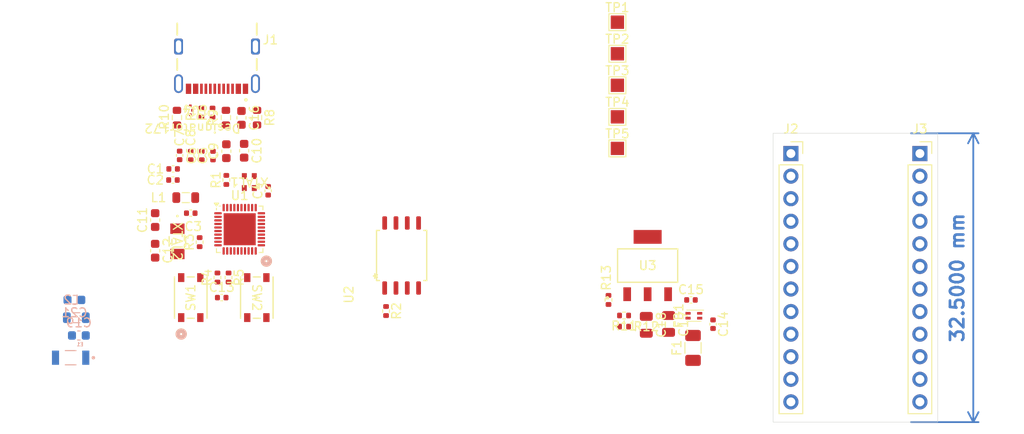
<source format=kicad_pcb>
(kicad_pcb (version 20240108) (generator "pcbnew") (generator_version "8.0")
  (layers (0 "F.Cu" signal) (1 "In1.Cu" signal) (2 "In2.Cu" signal) (31 "B.Cu" signal) (34 "B.Paste" user) (35 "F.Paste" user) (36 "B.SilkS" user "B.Silkscreen") (37 "F.SilkS" user "F.Silkscreen") (38 "B.Mask" user) (39 "F.Mask" user) (44 "Edge.Cuts" user))
  (net 0 "")
  (net 1 "3V3")
  (net 2 "GND")
  (net 3 "Net-(C2-Pad1)")
  (net 4 "Net-(XTAL1-IN{slash}OUT)")
  (net 5 "Xout")
  (net 6 "RTC_Xin")
  (net 7 "RTC_Xout")
  (net 8 "CHIP_PU")
  (net 9 "/USB_C Power Circuit/5V_USB")
  (net 10 "5V_Filtered")
  (net 11 "GND1")
  (net 12 "Net-(C19-Pad1)")
  (net 13 "ANT")
  (net 14 "Net-(J1-VBUS)")
  (net 16 "DN1")
  (net 18 "CC1")
  (net 19 "DP1")
  (net 20 "CC2")
  (net 21 "GPIO19")
  (net 22 "GPIO22")
  (net 23 "GPIO23")
  (net 24 "GPIO21")
  (net 25 "RX")
  (net 26 "TX")
  (net 27 "GPIO15")
  (net 28 "GPIO18")
  (net 29 "GPIO20")
  (net 30 "GPIO10")
  (net 31 "MTCK")
  (net 32 "GPIO08")
  (net 33 "MTMS")
  (net 34 "MTDO")
  (net 35 "GPIO02")
  (net 36 "GPIO11")
  (net 37 "MTDI")
  (net 38 "GPIO03")
  (net 39 "Xin")
  (net 40 "SPICS")
  (net 41 "VDDSPI")
  (net 42 "Net-(U1-GPIO12{slash}USB_D-)")
  (net 43 "Net-(U1-GPIO13{slash}USB_D+)")
  (net 44 "Net-(U3-ADJ{slash}GND)")
  (net 45 "GPIO09")
  (net 46 "SPIHOLD")
  (net 47 "SPID")
  (net 48 "SPIWP")
  (net 49 "SPIQ")
  (net 50 "SPICLK")
  (footprint "Inductor_SMD:L_CommonModeChoke_Coilcraft_0603USB" (layer "F.Cu") (at 131.095 116.525 -90)
    (property "Reference" "FB1" (at 0 1.7 90) (layer "F.SilkS"))
    (property "Value" "BLM18KG121TN1D")
    (fp_line (start 0.63 0.8) (end 0.63 -0.8) (stroke (width 0.1)) (layer "F.SilkS"))
    (fp_line (start -0.63 -1.1) (end -0.63 0.8) (stroke (width 0.1)) (layer "F.SilkS"))
    (pad "1" smd roundrect (at -0.275 -0.655 270) (size 0.3 0.58) (layers "F.Cu" "F.Paste" "F.Mask") (roundrect_rratio 0.05) (net 9 "/USB_C Power Circuit/5V_USB"))
    (pad "2" smd roundrect (at -0.275 0.655 270) (size 0.3 0.58) (layers "F.Cu" "F.Paste" "F.Mask") (roundrect_rratio 0.05) (net 10 "5V_Filtered"))
    (pad "3" smd roundrect (at 0.275 0.655 270) (size 0.3 0.58) (layers "F.Cu" "F.Paste" "F.Mask") (roundrect_rratio 0.05))
    (pad "4" smd roundrect (at 0.275 -0.655 270) (size 0.3 0.58) (layers "F.Cu" "F.Paste" "F.Mask") (roundrect_rratio 0.05))
  )
  (footprint "Capacitor_SMD:C_0603_1608Metric" (layer "F.Cu") (at 80.25 94.2625 -90)
    (property "Reference" "C16" (at 0 -1.43 90) (layer "F.SilkS"))
    (property "Value" "150p")
    (fp_line (start -0.14058 0.51) (end 0.14058 0.51) (stroke (width 0.12)) (layer "F.SilkS"))
    (fp_line (start -0.14058 -0.51) (end 0.14058 -0.51) (stroke (width 0.12)) (layer "F.SilkS"))
    (pad "1" smd roundrect (at -0.775 0 270) (size 0.9 0.95) (layers "F.Cu" "F.Paste" "F.Mask") (net 11 "GND1"))
    (pad "2" smd roundrect (at 0.775 0 270) (size 0.9 0.95) (layers "F.Cu" "F.Paste" "F.Mask") (net 2 "GND"))
  )
  (footprint "TestPoint:TestPoint_Pad_1.5x1.5mm" (layer "F.Cu") (at 122.5 94.15)
    (property "Reference" "TP4" (at 0 -1.648 0) (layer "F.SilkS"))
    (property "Value" "TestPoint")
    (fp_line (start -0.95 -0.95) (end 0.95 -0.95) (stroke (width 0.12)) (layer "F.SilkS"))
    (fp_line (start -0.95 0.95) (end -0.95 -0.95) (stroke (width 0.12)) (layer "F.SilkS"))
    (fp_line (start 0.95 -0.95) (end 0.95 0.95) (stroke (width 0.12)) (layer "F.SilkS"))
    (fp_line (start 0.95 0.95) (end -0.95 0.95) (stroke (width 0.12)) (layer "F.SilkS"))
    (pad "1" smd rect (at 0 0) (size 1.5 1.5) (layers "F.Cu" "F.Mask") (net 10 "5V_Filtered"))
  )
  (footprint "Capacitor_SMD:C_0402_1005Metric" (layer "F.Cu") (at 83.25 102.4675 90)
    (property "Reference" "C4" (at 0 -1.16 90) (layer "F.SilkS"))
    (property "Value" "0.1uF")
    (fp_line (start -0.107836 -0.36) (end 0.107836 -0.36) (stroke (width 0.12)) (layer "F.SilkS"))
    (fp_line (start -0.107836 0.36) (end 0.107836 0.36) (stroke (width 0.12)) (layer "F.SilkS"))
    (pad "1" smd roundrect (at -0.48 0 90) (size 0.56 0.62) (layers "F.Cu" "F.Paste" "F.Mask") (net 1 "3V3"))
    (pad "2" smd roundrect (at 0.48 0 90) (size 0.56 0.62) (layers "F.Cu" "F.Paste" "F.Mask") (net 2 "GND"))
  )
  (footprint "Resistor_SMD:R_0402_1005Metric" (layer "F.Cu") (at 78.55 101.2475 90)
    (property "Reference" "R1" (at 0 -1.17 90) (layer "F.SilkS"))
    (property "Value" "TBC")
    (fp_line (start -0.153641 -0.38) (end 0.153641 -0.38) (stroke (width 0.12)) (layer "F.SilkS"))
    (fp_line (start -0.153641 0.38) (end 0.153641 0.38) (stroke (width 0.12)) (layer "F.SilkS"))
    (pad "1" smd roundrect (at -0.51 0 90) (size 0.54 0.64) (layers "F.Cu" "F.Paste" "F.Mask") (net 39 "Xin"))
    (pad "2" smd roundrect (at 0.51 0 90) (size 0.54 0.64) (layers "F.Cu" "F.Paste" "F.Mask") (net 4 "Net-(XTAL1-IN{slash}OUT)"))
  )
  (footprint "1_ESP32:SW4_PTS815 SJM 250 SMTR LFS_CNK" (layer "F.Cu") (at 81.975001 114.487501 -90)
    (property "Reference" "SW2" (at 0 0 -90) (layer "F.SilkS"))
    (property "Value" "SW_Push")
    (fp_circle (center -4.1021 -1.075) (end -3.7211 -1.075) (stroke (width 0.508)) (fill none) (layer "B.SilkS"))
    (fp_line (start -2.3241 1.8288) (end 2.3241 1.8288) (stroke (width 0.1524)) (layer "F.SilkS"))
    (fp_line (start 2.3241 0.386659) (end 2.3241 -0.386659) (stroke (width 0.1524)) (layer "F.SilkS"))
    (fp_line (start -2.3241 -0.386659) (end -2.3241 0.386659) (stroke (width 0.1524)) (layer "F.SilkS"))
    (fp_line (start 2.3241 -1.8288) (end -2.3241 -1.8288) (stroke (width 0.1524)) (layer "F.SilkS"))
    (fp_circle (center -4.1021 -1.075) (end -3.7211 -1.075) (stroke (width 0.508)) (fill none) (layer "F.SilkS"))
    (pad "1" smd rect (at -2.250001 -1.074999 270) (size 0.9906 0.7112) (layers "F.Cu" "F.Paste" "F.Mask") (net 2 "GND"))
    (pad "1" smd rect (at 2.250001 -1.074999 270) (size 0.9906 0.7112) (layers "F.Cu" "F.Paste" "F.Mask") (net 2 "GND"))
    (pad "2" smd rect (at -2.250001 1.074999 270) (size 0.9906 0.7112) (layers "F.Cu" "F.Paste" "F.Mask") (net 45 "GPIO09"))
    (pad "2" smd rect (at 2.250001 1.074999 270) (size 0.9906 0.7112) (layers "F.Cu" "F.Paste" "F.Mask") (net 45 "GPIO09"))
  )
  (footprint "TestPoint:TestPoint_Pad_1.5x1.5mm" (layer "F.Cu") (at 122.5 90.6)
    (property "Reference" "TP3" (at 0 -1.648 0) (layer "F.SilkS"))
    (property "Value" "TestPoint")
    (fp_line (start -0.95 -0.95) (end 0.95 -0.95) (stroke (width 0.12)) (layer "F.SilkS"))
    (fp_line (start -0.95 0.95) (end -0.95 -0.95) (stroke (width 0.12)) (layer "F.SilkS"))
    (fp_line (start 0.95 -0.95) (end 0.95 0.95) (stroke (width 0.12)) (layer "F.SilkS"))
    (fp_line (start 0.95 0.95) (end -0.95 0.95) (stroke (width 0.12)) (layer "F.SilkS"))
    (pad "1" smd rect (at 0 0) (size 1.5 1.5) (layers "F.Cu" "F.Mask") (net 14 "Net-(J1-VBUS)"))
  )
  (footprint "Resistor_SMD:R_0402_1005Metric" (layer "F.Cu") (at 75.55 108.2475 90)
    (property "Reference" "R3" (at 0 -1.17 90) (layer "F.SilkS"))
    (property "Value" "7.5M")
    (fp_line (start -0.153641 -0.38) (end 0.153641 -0.38) (stroke (width 0.12)) (layer "F.SilkS"))
    (fp_line (start -0.153641 0.38) (end 0.153641 0.38) (stroke (width 0.12)) (layer "F.SilkS"))
    (pad "1" smd roundrect (at -0.51 0 90) (size 0.54 0.64) (layers "F.Cu" "F.Paste" "F.Mask") (net 7 "RTC_Xout"))
    (pad "2" smd roundrect (at 0.51 0 90) (size 0.54 0.64) (layers "F.Cu" "F.Paste" "F.Mask") (net 6 "RTC_Xin"))
  )
  (footprint "TestPoint:TestPoint_Pad_1.5x1.5mm" (layer "F.Cu") (at 122.5 97.7)
    (property "Reference" "TP5" (at 0 -1.648 0) (layer "F.SilkS"))
    (property "Value" "TestPoint")
    (fp_line (start -0.95 -0.95) (end 0.95 -0.95) (stroke (width 0.12)) (layer "F.SilkS"))
    (fp_line (start -0.95 0.95) (end -0.95 -0.95) (stroke (width 0.12)) (layer "F.SilkS"))
    (fp_line (start 0.95 -0.95) (end 0.95 0.95) (stroke (width 0.12)) (layer "F.SilkS"))
    (fp_line (start 0.95 0.95) (end -0.95 0.95) (stroke (width 0.12)) (layer "F.SilkS"))
    (pad "1" smd rect (at 0 0) (size 1.5 1.5) (layers "F.Cu" "F.Mask") (net 1 "3V3"))
  )
  (footprint "Capacitor_SMD:C_0402_1005Metric" (layer "F.Cu") (at 72.55 101.2575 180)
    (property "Reference" "C2" (at 1.98 0 360) (layer "F.SilkS"))
    (property "Value" "0.1uF")
    (fp_line (start -0.107836 0.36) (end 0.107836 0.36) (stroke (width 0.12)) (layer "F.SilkS"))
    (fp_line (start -0.107836 -0.36) (end 0.107836 -0.36) (stroke (width 0.12)) (layer "F.SilkS"))
    (pad "1" smd roundrect (at -0.48 0 180) (size 0.56 0.62) (layers "F.Cu" "F.Paste" "F.Mask") (net 3 "Net-(C2-Pad1)"))
    (pad "2" smd roundrect (at 0.48 0 180) (size 0.56 0.62) (layers "F.Cu" "F.Paste" "F.Mask") (net 2 "GND"))
  )
  (footprint "Resistor_SMD:R_0402_1005Metric" (layer "F.Cu") (at 78.8 112.2275 -90)
    (property "Reference" "R5" (at 0 -1.17 90) (layer "F.SilkS"))
    (property "Value" "10k")
    (fp_line (start -0.153641 0.38) (end 0.153641 0.38) (stroke (width 0.12)) (layer "F.SilkS"))
    (fp_line (start -0.153641 -0.38) (end 0.153641 -0.38) (stroke (width 0.12)) (layer "F.SilkS"))
    (pad "1" smd roundrect (at -0.51 0 270) (size 0.54 0.64) (layers "F.Cu" "F.Paste" "F.Mask") (net 32 "GPIO08"))
    (pad "2" smd roundrect (at 0.51 0 270) (size 0.54 0.64) (layers "F.Cu" "F.Paste" "F.Mask") (net 1 "3V3"))
  )
  (footprint "Connector_PinSocket_2.54mm:PinSocket_1x12_P2.54mm_Vertical" (layer "F.Cu") (at 156.5 98.28)
    (property "Reference" "J3" (at 0 -2.77 0) (layer "F.SilkS"))
    (property "Value" "Conn_01x12")
    (fp_line (start -1.33 1.27) (end -1.33 29.27) (stroke (width 0.12)) (layer "F.SilkS"))
    (fp_line (start -1.33 1.27) (end 1.33 1.27) (stroke (width 0.12)) (layer "F.SilkS"))
    (fp_line (start -1.33 29.27) (end 1.33 29.27) (stroke (width 0.12)) (layer "F.SilkS"))
    (fp_line (start 0 -1.33) (end 1.33 -1.33) (stroke (width 0.12)) (layer "F.SilkS"))
    (fp_line (start 1.33 -1.33) (end 1.33 0) (stroke (width 0.12)) (layer "F.SilkS"))
    (fp_line (start 1.33 1.27) (end 1.33 29.27) (stroke (width 0.12)) (layer "F.SilkS"))
    (pad "1" thru_hole rect (at 0 0) (size 1.7 1.7) (drill 1) (layers "*.Cu" "*.Mask") (net 10 "5V_Filtered"))
    (pad "2" thru_hole oval (at 0 2.54) (size 1.7 1.7) (drill 1) (layers "*.Cu" "*.Mask") (net 1 "3V3"))
    (pad "3" thru_hole oval (at 0 5.08) (size 1.7 1.7) (drill 1) (layers "*.Cu" "*.Mask") (net 35 "GPIO02"))
    (pad "4" thru_hole oval (at 0 7.62) (size 1.7 1.7) (drill 1) (layers "*.Cu" "*.Mask") (net 38 "GPIO03"))
    (pad "5" thru_hole oval (at 0 10.16) (size 1.7 1.7) (drill 1) (layers "*.Cu" "*.Mask") (net 33 "MTMS"))
    (pad "6" thru_hole oval (at 0 12.7) (size 1.7 1.7) (drill 1) (layers "*.Cu" "*.Mask") (net 37 "MTDI"))
    (pad "7" thru_hole oval (at 0 15.24) (size 1.7 1.7) (drill 1) (layers "*.Cu" "*.Mask") (net 31 "MTCK"))
    (pad "8" thru_hole oval (at 0 17.78) (size 1.7 1.7) (drill 1) (layers "*.Cu" "*.Mask") (net 34 "MTDO"))
    (pad "9" thru_hole oval (at 0 20.32) (size 1.7 1.7) (drill 1) (layers "*.Cu" "*.Mask") (net 2 "GND"))
    (pad "10" thru_hole oval (at 0 22.86) (size 1.7 1.7) (drill 1) (layers "*.Cu" "*.Mask") (net 32 "GPIO08"))
    (pad "11" thru_hole oval (at 0 25.4) (size 1.7 1.7) (drill 1) (layers "*.Cu" "*.Mask") (net 30 "GPIO10"))
    (pad "12" thru_hole oval (at 0 27.94) (size 1.7 1.7) (drill 1) (layers "*.Cu" "*.Mask") (net 36 "GPIO11"))
  )
  (footprint "Package_DFN_QFN:QFN-40-1EP_5x5mm_P0.4mm_EP3.6x3.6mm" (layer "F.Cu") (at 80.05 106.8)
    (property "Reference" "U1" (at 0 -3.8 0) (layer "F.SilkS"))
    (property "Value" "ESP32-C6")
    (fp_line (start -2.61 -2.185) (end -2.61 -2.37) (stroke (width 0.12)) (layer "F.SilkS"))
    (fp_line (start -2.61 2.61) (end -2.61 2.185) (stroke (width 0.12)) (layer "F.SilkS"))
    (fp_line (start -2.185 -2.61) (end -2.31 -2.61) (stroke (width 0.12)) (layer "F.SilkS"))
    (fp_line (start -2.185 2.61) (end -2.61 2.61) (stroke (width 0.12)) (layer "F.SilkS"))
    (fp_line (start 2.185 -2.61) (end 2.61 -2.61) (stroke (width 0.12)) (layer "F.SilkS"))
    (fp_line (start 2.185 2.61) (end 2.61 2.61) (stroke (width 0.12)) (layer "F.SilkS"))
    (fp_line (start 2.61 -2.61) (end 2.61 -2.185) (stroke (width 0.12)) (layer "F.SilkS"))
    (fp_line (start 2.61 2.61) (end 2.61 2.185) (stroke (width 0.12)) (layer "F.SilkS"))
    (fp_poly (pts (xy -2.61 -2.61) (xy -2.85 -2.94) (xy -2.37 -2.94) (xy -2.61 -2.61)) (stroke (width 0.12)) (fill solid) (layer "F.SilkS"))
    (pad "1" smd roundrect (at -2.4375 -1.8) (size 0.825 0.25) (layers "F.Cu" "F.Paste" "F.Mask") (net 13 "ANT"))
    (pad "2" smd roundrect (at -2.4375 -1.4) (size 0.825 0.25) (layers "F.Cu" "F.Paste" "F.Mask") (net 3 "Net-(C2-Pad1)"))
    (pad "3" smd roundrect (at -2.4375 -1) (size 0.825 0.25) (layers "F.Cu" "F.Paste" "F.Mask") (net 3 "Net-(C2-Pad1)"))
    (pad "4" smd roundrect (at -2.4375 -0.6) (size 0.825 0.25) (layers "F.Cu" "F.Paste" "F.Mask") (net 8 "CHIP_PU"))
    (pad "5" smd roundrect (at -2.4375 -0.2) (size 0.825 0.25) (layers "F.Cu" "F.Paste" "F.Mask") (net 1 "3V3"))
    (pad "6" smd roundrect (at -2.4375 0.2) (size 0.825 0.25) (layers "F.Cu" "F.Paste" "F.Mask") (net 6 "RTC_Xin"))
    (pad "7" smd roundrect (at -2.4375 0.6) (size 0.825 0.25) (layers "F.Cu" "F.Paste" "F.Mask") (net 7 "RTC_Xout"))
    (pad "8" smd roundrect (at -2.4375 1) (size 0.825 0.25) (layers "F.Cu" "F.Paste" "F.Mask") (net 35 "GPIO02"))
    (pad "9" smd roundrect (at -2.4375 1.4) (size 0.825 0.25) (layers "F.Cu" "F.Paste" "F.Mask") (net 38 "GPIO03"))
    (pad "10" smd roundrect (at -2.4375 1.8) (size 0.825 0.25) (layers "F.Cu" "F.Paste" "F.Mask") (net 33 "MTMS"))
    (pad "11" smd roundrect (at -1.8 2.4375) (size 0.25 0.825) (layers "F.Cu" "F.Paste" "F.Mask") (net 37 "MTDI"))
    (pad "12" smd roundrect (at -1.4 2.4375) (size 0.25 0.825) (layers "F.Cu" "F.Paste" "F.Mask") (net 31 "MTCK"))
    (pad "13" smd roundrect (at -1 2.4375) (size 0.25 0.825) (layers "F.Cu" "F.Paste" "F.Mask") (net 34 "MTDO"))
    (pad "14" smd roundrect (at -0.6 2.4375) (size 0.25 0.825) (layers "F.Cu" "F.Paste" "F.Mask") (net 32 "GPIO08"))
    (pad "15" smd roundrect (at -0.2 2.4375) (size 0.25 0.825) (layers "F.Cu" "F.Paste" "F.Mask") (net 45 "GPIO09"))
    (pad "16" smd roundrect (at 0.2 2.4375) (size 0.25 0.825) (layers "F.Cu" "F.Paste" "F.Mask") (net 30 "GPIO10"))
    (pad "17" smd roundrect (at 0.6 2.4375) (size 0.25 0.825) (layers "F.Cu" "F.Paste" "F.Mask") (net 36 "GPIO11"))
    (pad "18" smd roundrect (at 1 2.4375) (size 0.25 0.825) (layers "F.Cu" "F.Paste" "F.Mask") (net 42 "Net-(U1-GPIO12{slash}USB_D-)"))
    (pad "19" smd roundrect (at 1.4 2.4375) (size 0.25 0.825) (layers "F.Cu" "F.Paste" "F.Mask") (net 43 "Net-(U1-GPIO13{slash}USB_D+)"))
    (pad "20" smd roundrect (at 1.8 2.4375) (size 0.25 0.825) (layers "F.Cu" "F.Paste" "F.Mask") (net 40 "SPICS"))
    (pad "21" smd roundrect (at 2.4375 1.8) (size 0.825 0.25) (layers "F.Cu" "F.Paste" "F.Mask") (net 49 "SPIQ"))
    (pad "22" smd roundrect (at 2.4375 1.4) (size 0.825 0.25) (layers "F.Cu" "F.Paste" "F.Mask") (net 48 "SPIWP"))
    (pad "23" smd roundrect (at 2.4375 1) (size 0.825 0.25) (layers "F.Cu" "F.Paste" "F.Mask") (net 41 "VDDSPI"))
    (pad "24" smd roundrect (at 2.4375 0.6) (size 0.825 0.25) (layers "F.Cu" "F.Paste" "F.Mask") (net 46 "SPIHOLD"))
    (pad "25" smd roundrect (at 2.4375 0.2) (size 0.825 0.25) (layers "F.Cu" "F.Paste" "F.Mask") (net 50 "SPICLK"))
    (pad "26" smd roundrect (at 2.4375 -0.2) (size 0.825 0.25) (layers "F.Cu" "F.Paste" "F.Mask") (net 47 "SPID"))
    (pad "27" smd roundrect (at 2.4375 -0.6) (size 0.825 0.25) (layers "F.Cu" "F.Paste" "F.Mask") (net 27 "GPIO15"))
    (pad "28" smd roundrect (at 2.4375 -1) (size 0.825 0.25) (layers "F.Cu" "F.Paste" "F.Mask") (net 1 "3V3"))
    (pad "29" smd roundrect (at 2.4375 -1.4) (size 0.825 0.25) (layers "F.Cu" "F.Paste" "F.Mask") (net 26 "TX"))
    (pad "30" smd roundrect (at 2.4375 -1.8) (size 0.825 0.25) (layers "F.Cu" "F.Paste" "F.Mask") (net 25 "RX"))
    (pad "31" smd roundrect (at 1.8 -2.4375) (size 0.25 0.825) (layers "F.Cu" "F.Paste" "F.Mask") (net 28 "GPIO18"))
    (pad "32" smd roundrect (at 1.4 -2.4375) (size 0.25 0.825) (layers "F.Cu" "F.Paste" "F.Mask") (net 21 "GPIO19"))
    (pad "33" smd roundrect (at 1 -2.4375) (size 0.25 0.825) (layers "F.Cu" "F.Paste" "F.Mask") (net 29 "GPIO20"))
    (pad "34" smd roundrect (at 0.6 -2.4375) (size 0.25 0.825) (layers "F.Cu" "F.Paste" "F.Mask") (net 24 "GPIO21"))
    (pad "35" smd roundrect (at 0.2 -2.4375) (size 0.25 0.825) (layers "F.Cu" "F.Paste" "F.Mask") (net 22 "GPIO22"))
    (pad "36" smd roundrect (at -0.2 -2.4375) (size 0.25 0.825) (layers "F.Cu" "F.Paste" "F.Mask") (net 23 "GPIO23"))
    (pad "37" smd roundrect (at -0.6 -2.4375) (size 0.25 0.825) (layers "F.Cu" "F.Paste" "F.Mask") (net 1 "3V3"))
    (pad "38" smd roundrect (at -1 -2.4375) (size 0.25 0.825) (layers "F.Cu" "F.Paste" "F.Mask") (net 5 "Xout"))
    (pad "39" smd roundrect (at -1.4 -2.4375) (size 0.25 0.825) (layers "F.Cu" "F.Paste" "F.Mask") (net 39 "Xin"))
    (pad "40" smd roundrect (at -1.8 -2.4375) (size 0.25 0.825) (layers "F.Cu" "F.Paste" "F.Mask") (net 1 "3V3"))
    (pad "41" smd rect (at 0 0) (size 3.6 3.6) (property pad_prop_heatsink) (layers "F.Cu" "F.Mask") (net 2 "GND"))
  )
  (footprint "Capacitor_SMD:C_0402_1005Metric" (layer "F.Cu") (at 77.05 98.5075 90)
    (property "Reference" "C5" (at 0 -1.16 90) (layer "F.SilkS"))
    (property "Value" "10nF")
    (fp_line (start -0.107836 -0.36) (end 0.107836 -0.36) (stroke (width 0.12)) (layer "F.SilkS"))
    (fp_line (start -0.107836 0.36) (end 0.107836 0.36) (stroke (width 0.12)) (layer "F.SilkS"))
    (pad "1" smd roundrect (at -0.48 0 90) (size 0.56 0.62) (layers "F.Cu" "F.Paste" "F.Mask") (net 1 "3V3"))
    (pad "2" smd roundrect (at 0.48 0 90) (size 0.56 0.62) (layers "F.Cu" "F.Paste" "F.Mask") (net 2 "GND"))
  )
  (footprint "Resistor_SMD:R_0402_1005Metric" (layer "F.Cu") (at 77 93.6725 90)
    (property "Reference" "R6" (at 0 -1.17 90) (layer "F.SilkS"))
    (property "Value" "499")
    (fp_line (start -0.153641 -0.38) (end 0.153641 -0.38) (stroke (width 0.12)) (layer "F.SilkS"))
    (fp_line (start -0.153641 0.38) (end 0.153641 0.38) (stroke (width 0.12)) (layer "F.SilkS"))
    (pad "1" smd roundrect (at -0.51 0 90) (size 0.54 0.64) (layers "F.Cu" "F.Paste" "F.Mask") (net 42 "Net-(U1-GPIO12{slash}USB_D-)"))
    (pad "2" smd roundrect (at 0.51 0 90) (size 0.54 0.64) (layers "F.Cu" "F.Paste" "F.Mask") (net 16 "DN1"))
  )
  (footprint "Connector_PinSocket_2.54mm:PinSocket_1x12_P2.54mm_Vertical" (layer "F.Cu") (at 142 98.28)
    (property "Reference" "J2" (at 0 -2.77 0) (layer "F.SilkS"))
    (property "Value" "Conn_01x12")
    (fp_line (start -1.33 1.27) (end -1.33 29.27) (stroke (width 0.12)) (layer "F.SilkS"))
    (fp_line (start -1.33 1.27) (end 1.33 1.27) (stroke (width 0.12)) (layer "F.SilkS"))
    (fp_line (start -1.33 29.27) (end 1.33 29.27) (stroke (width 0.12)) (layer "F.SilkS"))
    (fp_line (start 0 -1.33) (end 1.33 -1.33) (stroke (width 0.12)) (layer "F.SilkS"))
    (fp_line (start 1.33 -1.33) (end 1.33 0) (stroke (width 0.12)) (layer "F.SilkS"))
    (fp_line (start 1.33 1.27) (end 1.33 29.27) (stroke (width 0.12)) (layer "F.SilkS"))
    (pad "1" thru_hole rect (at 0 0) (size 1.7 1.7) (drill 1) (layers "*.Cu" "*.Mask") (net 26 "TX"))
    (pad "2" thru_hole oval (at 0 2.54) (size 1.7 1.7) (drill 1) (layers "*.Cu" "*.Mask") (net 25 "RX"))
    (pad "3" thru_hole oval (at 0 5.08) (size 1.7 1.7) (drill 1) (layers "*.Cu" "*.Mask") (net 2 "GND"))
    (pad "4" thru_hole oval (at 0 7.62) (size 1.7 1.7) (drill 1) (layers "*.Cu" "*.Mask") (net 27 "GPIO15"))
    (pad "5" thru_hole oval (at 0 10.16) (size 1.7 1.7) (drill 1) (layers "*.Cu" "*.Mask") (net 28 "GPIO18"))
    (pad "6" thru_hole oval (at 0 12.7) (size 1.7 1.7) (drill 1) (layers "*.Cu" "*.Mask") (net 21 "GPIO19"))
    (pad "7" thru_hole oval (at 0 15.24) (size 1.7 1.7) (drill 1) (layers "*.Cu" "*.Mask") (net 2 "GND"))
    (pad "8" thru_hole oval (at 0 17.78) (size 1.7 1.7) (drill 1) (layers "*.Cu" "*.Mask") (net 29 "GPIO20"))
    (pad "9" thru_hole oval (at 0 20.32) (size 1.7 1.7) (drill 1) (layers "*.Cu" "*.Mask") (net 24 "GPIO21"))
    (pad "10" thru_hole oval (at 0 22.86) (size 1.7 1.7) (drill 1) (layers "*.Cu" "*.Mask") (net 2 "GND"))
    (pad "11" thru_hole oval (at 0 25.4) (size 1.7 1.7) (drill 1) (layers "*.Cu" "*.Mask") (net 22 "GPIO22"))
    (pad "12" thru_hole oval (at 0 27.94) (size 1.7 1.7) (drill 1) (layers "*.Cu" "*.Mask") (net 23 "GPIO23"))
  )
  (footprint "Capacitor_SMD:C_0402_1005Metric" (layer "F.Cu") (at 133.25 117.48 -90)
    (property "Reference" "C14" (at 0 -1.16 90) (layer "F.SilkS"))
    (property "Value" "100n")
    (fp_line (start -0.107836 0.36) (end 0.107836 0.36) (stroke (width 0.12)) (layer "F.SilkS"))
    (fp_line (start -0.107836 -0.36) (end 0.107836 -0.36) (stroke (width 0.12)) (layer "F.SilkS"))
    (pad "1" smd roundrect (at -0.48 0 270) (size 0.56 0.62) (layers "F.Cu" "F.Paste" "F.Mask") (net 9 "/USB_C Power Circuit/5V_USB"))
    (pad "2" smd roundrect (at 0.48 0 270) (size 0.56 0.62) (layers "F.Cu" "F.Paste" "F.Mask") (net 2 "GND"))
  )
  (footprint "Capacitor_SMD:C_0402_1005Metric" (layer "F.Cu") (at 74.55 104.9875 180)
    (property "Reference" "C3" (at -0.28 -1.5 360) (layer "F.SilkS"))
    (property "Value" "0.1u")
    (fp_line (start -0.107836 0.36) (end 0.107836 0.36) (stroke (width 0.12)) (layer "F.SilkS"))
    (fp_line (start -0.107836 -0.36) (end 0.107836 -0.36) (stroke (width 0.12)) (layer "F.SilkS"))
    (pad "1" smd roundrect (at -0.48 0 180) (size 0.56 0.62) (layers "F.Cu" "F.Paste" "F.Mask") (net 1 "3V3"))
    (pad "2" smd roundrect (at 0.48 0 180) (size 0.56 0.62) (layers "F.Cu" "F.Paste" "F.Mask") (net 2 "GND"))
  )
  (footprint "Capacitor_SMD:C_0402_1005Metric" (layer "F.Cu") (at 130.77 114.75)
    (property "Reference" "C15" (at 0 -1.16 0) (layer "F.SilkS"))
    (property "Value" "100n")
    (fp_line (start -0.107836 -0.36) (end 0.107836 -0.36) (stroke (width 0.12)) (layer "F.SilkS"))
    (fp_line (start -0.107836 0.36) (end 0.107836 0.36) (stroke (width 0.12)) (layer "F.SilkS"))
    (pad "1" smd roundrect (at -0.48 0) (size 0.56 0.62) (layers "F.Cu" "F.Paste" "F.Mask") (net 10 "5V_Filtered"))
    (pad "2" smd roundrect (at 0.48 0) (size 0.56 0.62) (layers "F.Cu" "F.Paste" "F.Mask") (net 2 "GND"))
  )
  (footprint "Fuse:Fuse_1206_3216Metric" (layer "F.Cu") (at 131 120.15 90)
    (property "Reference" "F1" (at 0 -1.82 90) (layer "F.SilkS"))
    (property "Value" "Fuse_Small")
    (fp_line (start -0.602064 -0.91) (end 0.602064 -0.91) (stroke (width 0.12)) (layer "F.SilkS"))
    (fp_line (start -0.602064 0.91) (end 0.602064 0.91) (stroke (width 0.12)) (layer "F.SilkS"))
    (pad "1" smd roundrect (at -1.4 0 90) (size 1.25 1.75) (layers "F.Cu" "F.Paste" "F.Mask") (roundrect_rratio 0.2) (net 14 "Net-(J1-VBUS)"))
    (pad "2" smd roundrect (at 1.4 0 90) (size 1.25 1.75) (layers "F.Cu" "F.Paste" "F.Mask") (roundrect_rratio 0.2) (net 9 "/USB_C Power Circuit/5V_USB"))
  )
  (footprint "Resistor_SMD:R_0402_1005Metric" (layer "F.Cu") (at 77.55 112.2275 90)
    (property "Reference" "R4" (at 0 -1.17 90) (layer "F.SilkS"))
    (property "Value" "10k")
    (fp_line (start -0.153641 -0.38) (end 0.153641 -0.38) (stroke (width 0.12)) (layer "F.SilkS"))
    (fp_line (start -0.153641 0.38) (end 0.153641 0.38) (stroke (width 0.12)) (layer "F.SilkS"))
    (pad "1" smd roundrect (at -0.51 0 90) (size 0.54 0.64) (layers "F.Cu" "F.Paste" "F.Mask") (net 1 "3V3"))
    (pad "2" smd roundrect (at 0.51 0 90) (size 0.54 0.64) (layers "F.Cu" "F.Paste" "F.Mask") (net 8 "CHIP_PU"))
  )
  (footprint "Resistor_SMD:R_0402_1005Metric" (layer "F.Cu") (at 121.5 114.75 90)
    (property "Reference" "R13" (at 2.49 -0.25 90) (layer "F.SilkS"))
    (property "Value" "0")
    (fp_line (start -0.153641 -0.38) (end 0.153641 -0.38) (stroke (width 0.12)) (layer "F.SilkS"))
    (fp_line (start -0.153641 0.38) (end 0.153641 0.38) (stroke (width 0.12)) (layer "F.SilkS"))
    (pad "1" smd roundrect (at -0.51 0 90) (size 0.54 0.64) (layers "F.Cu" "F.Paste" "F.Mask") (net 44 "Net-(U3-ADJ{slash}GND)"))
    (pad "2" smd roundrect (at 0.51 0 90) (size 0.54 0.64) (layers "F.Cu" "F.Paste" "F.Mask") (net 2 "GND"))
  )
  (footprint "Capacitor_SMD:C_0402_1005Metric" (layer "F.Cu") (at 75.8 98.5075 90)
    (property "Reference" "C6" (at 0 -1.16 90) (layer "F.SilkS"))
    (property "Value" "1uF")
    (fp_line (start -0.107836 -0.36) (end 0.107836 -0.36) (stroke (width 0.12)) (layer "F.SilkS"))
    (fp_line (start -0.107836 0.36) (end 0.107836 0.36) (stroke (width 0.12)) (layer "F.SilkS"))
    (pad "1" smd roundrect (at -0.48 0 90) (size 0.56 0.62) (layers "F.Cu" "F.Paste" "F.Mask") (net 1 "3V3"))
    (pad "2" smd roundrect (at 0.48 0 90) (size 0.56 0.62) (layers "F.Cu" "F.Paste" "F.Mask") (net 2 "GND"))
  )
  (footprint "1_ESP32:XTAL_SC32S-7PF20PPM_EPS" (layer "F.Cu") (at 73.05 108.1599 -90)
    (property "Reference" "XTAL2" (at 0 0 -90) (layer "F.SilkS"))
    (property "Value" "SC32S-7PF20PPM")
    (fp_line (start -0.53065 0.9271) (end 0.53065 0.9271) (stroke (width 0.1524)) (layer "F.SilkS"))
    (fp_line (start 0.53065 -0.9271) (end -0.53065 -0.9271) (stroke (width 0.1524)) (layer "F.SilkS"))
    (fp_circle (center -2.8448 0) (end -2.7686 0) (stroke (width 0.1524)) (fill none) (layer "F.SilkS"))
    (pad "1" smd rect (at -1.4224 0 270) (size 1.1684 1.6002) (layers "F.Cu" "F.Paste" "F.Mask") (net 6 "RTC_Xin"))
    (pad "2" smd rect (at 1.4224 0 270) (size 1.1684 1.6002) (layers "F.Cu" "F.Paste" "F.Mask") (net 7 "RTC_Xout"))
  )
  (footprint "Capacitor_SMD:C_0603_1608Metric" (layer "F.Cu") (at 80.55 97.9625 -90)
    (property "Reference" "C10" (at 0 -1.43 90) (layer "F.SilkS"))
    (property "Value" "TBC")
    (fp_line (start -0.14058 0.51) (end 0.14058 0.51) (stroke (width 0.12)) (layer "F.SilkS"))
    (fp_line (start -0.14058 -0.51) (end 0.14058 -0.51) (stroke (width 0.12)) (layer "F.SilkS"))
    (pad "1" smd roundrect (at -0.775 0 270) (size 0.9 0.95) (layers "F.Cu" "F.Paste" "F.Mask") (net 2 "GND"))
    (pad "2" smd roundrect (at 0.775 0 270) (size 0.9 0.95) (layers "F.Cu" "F.Paste" "F.Mask") (net 5 "Xout"))
  )
  (footprint "1_ESP32:GCT_USB4105-GF-A" (layer "F.Cu") (at 77.5 86.2375 180)
    (property "Reference" "J1" (at -6 0.75 360) (layer "F.SilkS"))
    (property "Value" "USB4105-GF-A")
    (fp_line (start 4.47 2.6) (end 4.47 1.32) (stroke (width 0.2)) (layer "F.SilkS"))
    (fp_line (start 4.47 -2.65) (end 4.47 -1.4) (stroke (width 0.2)) (layer "F.SilkS"))
    (fp_line (start -4.47 1.32) (end -4.47 2.6) (stroke (width 0.2)) (layer "F.SilkS"))
    (fp_line (start -4.47 -2.65) (end -4.47 -1.4) (stroke (width 0.2)) (layer "F.SilkS"))
    (fp_circle (center -3.25 -6) (end -3.15 -6) (stroke (width 0.2)) (fill none) (layer "F.SilkS"))
    (pad "" np_thru_hole circle (at -2.89 -3.68 180) (size 0.65 0.65) (drill 0.65) (layers "*.Cu" "*.Mask"))
    (pad "" np_thru_hole circle (at 2.89 -3.68 180) (size 0.65 0.65) (drill 0.65) (layers "*.Cu" "*.Mask"))
    (pad "A1_B12" smd rect (at -3.2 -4.755 180) (size 0.6 1.15) (layers "F.Cu" "F.Paste" "F.Mask") (net 2 "GND"))
    (pad "A4_B9" smd rect (at -2.4 -4.755 180) (size 0.6 1.15) (layers "F.Cu" "F.Paste" "F.Mask") (net 14 "Net-(J1-VBUS)"))
    (pad "A5" smd rect (at -1.25 -4.755 180) (size 0.3 1.15) (layers "F.Cu" "F.Paste" "F.Mask") (net 18 "CC1"))
    (pad "A6" smd rect (at -0.25 -4.755 180) (size 0.3 1.15) (layers "F.Cu" "F.Paste" "F.Mask") (net 19 "DP1"))
    (pad "A7" smd rect (at 0.25 -4.755 180) (size 0.3 1.15) (layers "F.Cu" "F.Paste" "F.Mask") (net 16 "DN1"))
    (pad "A8" smd rect (at 1.25 -4.755 180) (size 0.3 1.15) (layers "F.Cu" "F.Paste" "F.Mask"))
    (pad "B1_A12" smd rect (at 3.2 -4.755 180) (size 0.6 1.15) (layers "F.Cu" "F.Paste" "F.Mask") (net 2 "GND"))
    (pad "B4_A9" smd rect (at 2.4 -4.755 180) (size 0.6 1.15) (layers "F.Cu" "F.Paste" "F.Mask") (net 14 "Net-(J1-VBUS)"))
    (pad "B5" smd rect (at 1.75 -4.755 180) (size 0.3 1.15) (layers "F.Cu" "F.Paste" "F.Mask") (net 20 "CC2"))
    (pad "B6" smd rect (at 0.75 -4.755 180) (size 0.3 1.15) (layers "F.Cu" "F.Paste" "F.Mask") (net 19 "DP1"))
    (pad "B7" smd rect (at -0.75 -4.755 180) (size 0.3 1.15) (layers "F.Cu" "F.Paste" "F.Mask") (net 16 "DN1"))
    (pad "B8" smd rect (at -1.75 -4.755 180) (size 0.3 1.15) (layers "F.Cu" "F.Paste" "F.Mask"))
    (pad "SH1" thru_hole oval (at -4.32 -4.18 180) (size 1 2.1) (drill oval 0.6 1.7) (layers "*.Cu" "*.Mask") (net 11 "GND1"))
    (pad "SH2" thru_hole oval (at 4.32 -4.18 180) (size 1 2.1) (drill oval 0.6 1.7) (layers "*.Cu" "*.Mask") (net 11 "GND1"))
    (pad "SH3" thru_hole roundrect (at -4.32 0 180) (size 1 1.8) (drill oval 0.6 1.4) (layers "*.Cu" "*.Mask") (net 11 "GND1"))
    (pad "SH4" thru_hole roundrect (at 4.32 0 180) (size 1 1.8) (drill oval 0.6 1.4) (layers "*.Cu" "*.Mask") (net 11 "GND1"))
  )
  (footprint "Capacitor_SMD:C_0603_1608Metric" (layer "F.Cu") (at 70.55 109.2125 -90)
    (property "Reference" "C12" (at 0 -1.43 90) (layer "F.SilkS"))
    (property "Value" "TBC")
    (fp_line (start -0.14058 0.51) (end 0.14058 0.51) (stroke (width 0.12)) (layer "F.SilkS"))
    (fp_line (start -0.14058 -0.51) (end 0.14058 -0.51) (stroke (width 0.12)) (layer "F.SilkS"))
    (pad "1" smd roundrect (at -0.775 0 270) (size 0.9 0.95) (layers "F.Cu" "F.Paste" "F.Mask") (net 2 "GND"))
    (pad "2" smd roundrect (at 0.775 0 270) (size 0.9 0.95) (layers "F.Cu" "F.Paste" "F.Mask") (net 7 "RTC_Xout"))
  )
  (footprint "Capacitor_SMD:C_0402_1005Metric" (layer "F.Cu") (at 72.57 100.0075 180)
    (property "Reference" "C1" (at 1.98 0 360) (layer "F.SilkS"))
    (property "Value" "0.1uF")
    (fp_line (start -0.107836 0.36) (end 0.107836 0.36) (stroke (width 0.12)) (layer "F.SilkS"))
    (fp_line (start -0.107836 -0.36) (end 0.107836 -0.36) (stroke (width 0.12)) (layer "F.SilkS"))
    (pad "1" smd roundrect (at -0.48 0 180) (size 0.56 0.62) (layers "F.Cu" "F.Paste" "F.Mask") (net 1 "3V3"))
    (pad "2" smd roundrect (at 0.48 0 180) (size 0.56 0.62) (layers "F.Cu" "F.Paste" "F.Mask") (net 2 "GND"))
  )
  (footprint "Capacitor_SMD:C_0402_1005Metric" (layer "F.Cu") (at 74.55 98.5075 90)
    (property "Reference" "C8" (at 2.02 0 90) (layer "F.SilkS"))
    (property "Value" "1uF")
    (fp_line (start -0.107836 -0.36) (end 0.107836 -0.36) (stroke (width 0.12)) (layer "F.SilkS"))
    (fp_line (start -0.107836 0.36) (end 0.107836 0.36) (stroke (width 0.12)) (layer "F.SilkS"))
    (pad "1" smd roundrect (at -0.48 0 90) (size 0.56 0.62) (layers "F.Cu" "F.Paste" "F.Mask") (net 1 "3V3"))
    (pad "2" smd roundrect (at 0.48 0 90) (size 0.56 0.62) (layers "F.Cu" "F.Paste" "F.Mask") (net 2 "GND"))
  )
  (footprint "Resistor_SMD:R_0402_1005Metric" (layer "F.Cu") (at 123.25 116.5 180)
    (property "Reference" "R11" (at 0 -1.17 360) (layer "F.SilkS"))
    (property "Value" "600")
    (fp_line (start -0.153641 0.38) (end 0.153641 0.38) (stroke (width 0.12)) (layer "F.SilkS"))
    (fp_line (start -0.153641 -0.38) (end 0.153641 -0.38) (stroke (width 0.12)) (layer "F.SilkS"))
    (pad "1" smd roundrect (at -0.51 0 180) (size 0.54 0.64) (layers "F.Cu" "F.Paste" "F.Mask") (net 1 "3V3"))
    (pad "2" smd roundrect (at 0.51 0 180) (size 0.54 0.64) (layers "F.Cu" "F.Paste" "F.Mask") (net 44 "Net-(U3-ADJ{slash}GND)"))
  )
  (footprint "Capacitor_SMD:C_0805_2012Metric" (layer "F.Cu") (at 128.25 117.45 -90)
    (property "Reference" "C17" (at 0 -1.68 90) (layer "F.SilkS"))
    (property "Value" "22u")
    (fp_line (start -0.261252 0.735) (end 0.261252 0.735) (stroke (width 0.12)) (layer "F.SilkS"))
    (fp_line (start -0.261252 -0.735) (end 0.261252 -0.735) (stroke (width 0.12)) (layer "F.SilkS"))
    (pad "1" smd roundrect (at -0.95 0 270) (size 1 1.45) (layers "F.Cu" "F.Paste" "F.Mask") (net 10 "5V_Filtered"))
    (pad "2" smd roundrect (at 0.95 0 270) (size 1 1.45) (layers "F.Cu" "F.Paste" "F.Mask") (net 2 "GND"))
  )
  (footprint "1_ESP32:DMY0003A" (layer "F.Cu") (at 74.625001 93.4125 180)
    (property "Reference" "U4" (at 0 0 180) (layer "F.SilkS"))
    (property "Value" "ESD122DMYR")
    (fp_text user "Designator172" (at -0.127 -2.0066 180) (layer "F.SilkS"))
    (pad "1" smd rect (at -0.125001 0 180) (size 0.299999 0.299999) (layers "F.Cu" "F.Mask") (net 2 "GND"))
    (pad "2" smd rect (at 0.125001 0.499999 180) (size 0.299999 0.299999) (layers "F.Cu" "F.Mask") (net 19 "DP1"))
    (pad "3" smd rect (at 0.125001 -0.499999 180) (size 0.299999 0.299999) (layers "F.Cu" "F.Mask") (net 16 "DN1"))
  )
  (footprint "Resistor_SMD:R_0603_1608Metric" (layer "F.Cu") (at 73 94.2375 90)
    (property "Reference" "R10" (at 0.075 -1.43 90) (layer "F.SilkS"))
    (property "Value" "5.1k")
    (fp_line (start -0.237258 -0.5225) (end 0.237258 -0.5225) (stroke (width 0.12)) (layer "F.SilkS"))
    (fp_line (start -0.237258 0.5225) (end 0.237258 0.5225) (stroke (width 0.12)) (layer "F.SilkS"))
    (pad "1" smd roundrect (at -0.825 0 90) (size 0.8 0.95) (layers "F.Cu" "F.Paste" "F.Mask") (net 2 "GND"))
    (pad "2" smd roundrect (at 0.825 0 90) (size 0.8 0.95) (layers "F.Cu" "F.Paste" "F.Mask") (net 20 "CC2"))
  )
  (footprint "TestPoint:TestPoint_Pad_1.5x1.5mm" (layer "F.Cu") (at 122.5 87.05)
    (property "Reference" "TP2" (at 0 -1.648 0) (layer "F.SilkS"))
    (property "Value" "TestPoint")
    (fp_line (start -0.95 -0.95) (end 0.95 -0.95) (stroke (width 0.12)) (layer "F.SilkS"))
    (fp_line (start -0.95 0.95) (end -0.95 -0.95) (stroke (width 0.12)) (layer "F.SilkS"))
    (fp_line (start 0.95 -0.95) (end 0.95 0.95) (stroke (width 0.12)) (layer "F.SilkS"))
    (fp_line (start 0.95 0.95) (end -0.95 0.95) (stroke (width 0.12)) (layer "F.SilkS"))
    (pad "1" smd rect (at 0 0) (size 1.5 1.5) (layers "F.Cu" "F.Mask") (net 16 "DN1"))
  )
  (footprint "Resistor_SMD:R_0402_1005Metric" (layer "F.Cu") (at 96.5 116 -90)
    (property "Reference" "R2" (at 0 -1.17 90) (layer "F.SilkS"))
    (property "Value" "10k")
    (fp_line (start -0.153641 0.38) (end 0.153641 0.38) (stroke (width 0.12)) (layer "F.SilkS"))
    (fp_line (start -0.153641 -0.38) (end 0.153641 -0.38) (stroke (width 0.12)) (layer "F.SilkS"))
    (pad "1" smd roundrect (at -0.51 0 270) (size 0.54 0.64) (layers "F.Cu" "F.Paste" "F.Mask") (net 40 "SPICS"))
    (pad "2" smd roundrect (at 0.51 0 270) (size 0.54 0.64) (layers "F.Cu" "F.Paste" "F.Mask") (net 41 "VDDSPI"))
  )
  (footprint "1_ESP32:ECX-1637B2_ECS" (layer "F.Cu") (at 81.13215 101.4875 180)
    (property "Reference" "XTAL1" (at 0 0 180) (layer "F.SilkS"))
    (property "Value" "ECS-400-10-37B2-CKY-TR")
    (fp_circle (center -2.239 -0.675) (end -2.1374 -0.675) (stroke (width 0.1524)) (fill none) (layer "F.SilkS"))
    (pad "1" smd rect (at -0.5588 -0.675 180) (size 0.5588 0.6604) (layers "F.Cu" "F.Paste" "F.Mask") (net 4 "Net-(XTAL1-IN{slash}OUT)"))
    (pad "2" smd rect (at -0.5588 0.675 180) (size 0.5588 0.6604) (layers "F.Cu" "F.Paste" "F.Mask") (net 2 "GND"))
    (pad "3" smd rect (at 0.5588 0.675 180) (size 0.5588 0.6604) (layers "F.Cu" "F.Paste" "F.Mask") (net 5 "Xout"))
    (pad "4" smd rect (at 0.5588 -0.675 180) (size 0.5588 0.6604) (layers "F.Cu" "F.Paste" "F.Mask") (net 2 "GND"))
  )
  (footprint "Resistor_SMD:R_0402_1005Metric" (layer "F.Cu") (at 75.75 93.6725 90)
    (property "Reference" "R7" (at 0 -1.17 90) (layer "F.SilkS"))
    (property "Value" "499")
    (fp_line (start -0.153641 -0.38) (end 0.153641 -0.38) (stroke (width 0.12)) (layer "F.SilkS"))
    (fp_line (start -0.153641 0.38) (end 0.153641 0.38) (stroke (width 0.12)) (layer "F.SilkS"))
    (pad "1" smd roundrect (at -0.51 0 90) (size 0.54 0.64) (layers "F.Cu" "F.Paste" "F.Mask") (net 43 "Net-(U1-GPIO13{slash}USB_D+)"))
    (pad "2" smd roundrect (at 0.51 0 90) (size 0.54 0.64) (layers "F.Cu" "F.Paste" "F.Mask") (net 19 "DP1"))
  )
  (footprint "Capacitor_SMD:C_0603_1608Metric" (layer "F.Cu") (at 78.55 98.0125 90)
    (property "Reference" "C9" (at 0 -1.43 90) (layer "F.SilkS"))
    (property "Value" "TBC")
    (fp_line (start -0.14058 -0.51) (end 0.14058 -0.51) (stroke (width 0.12)) (layer "F.SilkS"))
    (fp_line (start -0.14058 0.51) (end 0.14058 0.51) (stroke (width 0.12)) (layer "F.SilkS"))
    (pad "1" smd roundrect (at -0.775 0 90) (size 0.9 0.95) (layers "F.Cu" "F.Paste" "F.Mask") (net 4 "Net-(XTAL1-IN{slash}OUT)"))
    (pad "2" smd roundrect (at 0.775 0 90) (size 0.9 0.95) (layers "F.Cu" "F.Paste" "F.Mask") (net 2 "GND"))
  )
  (footprint "Resistor_SMD:R_0603_1608Metric" (layer "F.Cu") (at 78.5 94.2375 90)
    (property "Reference" "R9" (at 0 -1.43 90) (layer "F.SilkS"))
    (property "Value" "5.1k")
    (fp_line (start -0.237258 -0.5225) (end 0.237258 -0.5225) (stroke (width 0.12)) (layer "F.SilkS"))
    (fp_line (start -0.237258 0.5225) (end 0.237258 0.5225) (stroke (width 0.12)) (layer "F.SilkS"))
    (pad "1" smd roundrect (at -0.825 0 90) (size 0.8 0.95) (layers "F.Cu" "F.Paste" "F.Mask") (net 2 "GND"))
    (pad "2" smd roundrect (at 0.825 0 90) (size 0.8 0.95) (layers "F.Cu" "F.Paste" "F.Mask") (net 18 "CC1"))
  )
  (footprint "Resistor_SMD:R_0402_1005Metric" (layer "F.Cu") (at 123.25 117.75)
    (property "Reference" "R12" (at 2.5 0 360) (layer "F.SilkS"))
    (property "Value" "1000")
    (fp_line (start -0.153641 -0.38) (end 0.153641 -0.38) (stroke (width 0.12)) (layer "F.SilkS"))
    (fp_line (start -0.153641 0.38) (end 0.153641 0.38) (stroke (width 0.12)) (layer "F.SilkS"))
    (pad "1" smd roundrect (at -0.51 0) (size 0.54 0.64) (layers "F.Cu" "F.Paste" "F.Mask") (net 44 "Net-(U3-ADJ{slash}GND)"))
    (pad "2" smd roundrect (at 0.51 0) (size 0.54 0.64) (layers "F.Cu" "F.Paste" "F.Mask") (net 2 "GND"))
  )
  (footprint "Resistor_SMD:R_0603_1608Metric" (layer "F.Cu") (at 82 94.2375 -90)
    (property "Reference" "R8" (at 0 -1.43 90) (layer "F.SilkS"))
    (property "Value" "330")
    (fp_line (start -0.237258 0.5225) (end 0.237258 0.5225) (stroke (width 0.12)) (layer "F.SilkS"))
    (fp_line (start -0.237258 -0.5225) (end 0.237258 -0.5225) (stroke (width 0.12)) (layer "F.SilkS"))
    (pad "1" smd roundrect (at -0.825 0 270) (size 0.8 0.95) (layers "F.Cu" "F.Paste" "F.Mask") (net 11 "GND1"))
    (pad "2" smd roundrect (at 0.825 0 270) (size 0.8 0.95) (layers "F.Cu" "F.Paste" "F.Mask") (net 2 "GND"))
  )
  (footprint "1_ESP32:SW4_PTS815 SJM 250 SMTR LFS_CNK" (layer "F.Cu") (at 74.55 114.4875 90)
    (property "Reference" "SW1" (at 0 0 90) (layer "F.SilkS"))
    (property "Value" "SW_Push")
    (fp_circle (center -4.1021 -1.075) (end -3.7211 -1.075) (stroke (width 0.508)) (fill none) (layer "B.SilkS"))
    (fp_line (start 2.3241 -1.8288) (end -2.3241 -1.8288) (stroke (width 0.1524)) (layer "F.SilkS"))
    (fp_line (start -2.3241 -0.386659) (end -2.3241 0.386659) (stroke (width 0.1524)) (layer "F.SilkS"))
    (fp_line (start 2.3241 0.386659) (end 2.3241 -0.386659) (stroke (width 0.1524)) (layer "F.SilkS"))
    (fp_line (start -2.3241 1.8288) (end 2.3241 1.8288) (stroke (width 0.1524)) (layer "F.SilkS"))
    (fp_circle (center -4.1021 -1.075) (end -3.7211 -1.075) (stroke (width 0.508)) (fill none) (layer "F.SilkS"))
    (pad "1" smd rect (at -2.250001 -1.074999 90) (size 0.9906 0.7112) (layers "F.Cu" "F.Paste" "F.Mask") (net 2 "GND"))
    (pad "1" smd rect (at 2.250001 -1.074999 90) (size 0.9906 0.7112) (layers "F.Cu" "F.Paste" "F.Mask") (net 2 "GND"))
    (pad "2" smd rect (at -2.250001 1.074999 90) (size 0.9906 0.7112) (layers "F.Cu" "F.Paste" "F.Mask") (net 8 "CHIP_PU"))
    (pad "2" smd rect (at 2.250001 1.074999 90) (size 0.9906 0.7112) (layers "F.Cu" "F.Paste" "F.Mask") (net 8 "CHIP_PU"))
  )
  (footprint "Inductor_SMD:L_0805_2012Metric" (layer "F.Cu") (at 73.9875 103.2375 180)
    (property "Reference" "L1" (at 3.0625 0 360) (layer "F.SilkS"))
    (property "Value" "2nH")
    (fp_line (start -0.399622 0.56) (end 0.399622 0.56) (stroke (width 0.12)) (layer "F.SilkS"))
    (fp_line (start -0.399622 -0.56) (end 0.399622 -0.56) (stroke (width 0.12)) (layer "F.SilkS"))
    (pad "1" smd roundrect (at -1.0625 0 180) (size 0.875 1.2) (layers "F.Cu" "F.Paste" "F.Mask") (net 1 "3V3"))
    (pad "2" smd roundrect (at 1.0625 0 180) (size 0.875 1.2) (layers "F.Cu" "F.Paste" "F.Mask") (net 3 "Net-(C2-Pad1)"))
  )
  (footprint "Capacitor_SMD:C_0402_1005Metric" (layer "F.Cu") (at 78.03 114.4875)
    (property "Reference" "C13" (at 0 -1.16 360) (layer "F.SilkS"))
    (property "Value" "1uF")
    (fp_line (start -0.107836 -0.36) (end 0.107836 -0.36) (stroke (width 0.12)) (layer "F.SilkS"))
    (fp_line (start -0.107836 0.36) (end 0.107836 0.36) (stroke (width 0.12)) (layer "F.SilkS"))
    (pad "1" smd roundrect (at -0.48 0) (size 0.56 0.62) (layers "F.Cu" "F.Paste" "F.Mask") (net 8 "CHIP_PU"))
    (pad "2" smd roundrect (at 0.48 0) (size 0.56 0.62) (layers "F.Cu" "F.Paste" "F.Mask") (net 2 "GND"))
  )
  (footprint "Capacitor_SMD:C_0402_1005Metric" (layer "F.Cu") (at 73.3 98.4875 90)
    (property "Reference" "C7" (at 1.98 0 90) (layer "F.SilkS"))
    (property "Value" "10nF")
    (fp_line (start -0.107836 -0.36) (end 0.107836 -0.36) (stroke (width 0.12)) (layer "F.SilkS"))
    (fp_line (start -0.107836 0.36) (end 0.107836 0.36) (stroke (width 0.12)) (layer "F.SilkS"))
    (pad "1" smd roundrect (at -0.48 0 90) (size 0.56 0.62) (layers "F.Cu" "F.Paste" "F.Mask") (net 1 "3V3"))
    (pad "2" smd roundrect (at 0.48 0 90) (size 0.56 0.62) (layers "F.Cu" "F.Paste" "F.Mask") (net 2 "GND"))
  )
  (footprint "TestPoint:TestPoint_Pad_1.5x1.5mm" (layer "F.Cu") (at 122.5 83.5)
    (property "Reference" "TP1" (at 0 -1.648 0) (layer "F.SilkS"))
    (property "Value" "TestPoint")
    (fp_line (start -0.95 -0.95) (end 0.95 -0.95) (stroke (width 0.12)) (layer "F.SilkS"))
    (fp_line (start -0.95 0.95) (end -0.95 -0.95) (stroke (width 0.12)) (layer "F.SilkS"))
    (fp_line (start 0.95 -0.95) (end 0.95 0.95) (stroke (width 0.12)) (layer "F.SilkS"))
    (fp_line (start 0.95 0.95) (end -0.95 0.95) (stroke (width 0.12)) (layer "F.SilkS"))
    (pad "1" smd rect (at 0 0) (size 1.5 1.5) (layers "F.Cu" "F.Mask") (net 19 "DP1"))
  )
  (footprint "1_ESP32:W25Q16JVSSIQ_WIN" (layer "F.Cu") (at 98.25 109.75 90)
    (property "Reference" "U2" (at -4.4 -5.9275 90) (layer "F.SilkS"))
    (property "Value" "W25Q16JVSSIQ")
    (fp_line (start 2.8194 -2.8194) (end -2.8194 -2.8194) (stroke (width 0.1524)) (layer "F.SilkS"))
    (fp_line (start -2.8194 -2.8194) (end -2.8194 -2.492344) (stroke (width 0.1524)) (layer "F.SilkS"))
    (fp_line (start 2.8194 -2.492344) (end 2.8194 -2.8194) (stroke (width 0.1524)) (layer "F.SilkS"))
    (fp_line (start -2.8194 2.492344) (end -2.8194 2.8194) (stroke (width 0.1524)) (layer "F.SilkS"))
    (fp_line (start 2.8194 2.8194) (end 2.8194 2.492344) (stroke (width 0.1524)) (layer "F.SilkS"))
    (fp_line (start -2.8194 2.8194) (end 2.8194 2.8194) (stroke (width 0.1524)) (layer "F.SilkS"))
    (fp_text user "*" (at -2.3114 -2.6162 90) (layer "F.SilkS"))
    (fp_text user "*" (at -2.3114 -2.6162 90) (layer "F.SilkS"))
    (pad "1" smd roundrect (at -3.6576 -1.905 90) (size 1.4986 0.5334) (layers "F.Cu" "F.Paste" "F.Mask") (net 40 "SPICS"))
    (pad "2" smd roundrect (at -3.6576 -0.635 90) (size 1.4986 0.5334) (layers "F.Cu" "F.Paste" "F.Mask") (net 49 "SPIQ"))
    (pad "3" smd roundrect (at -3.6576 0.635 90) (size 1.4986 0.5334) (layers "F.Cu" "F.Paste" "F.Mask") (net 48 "SPIWP"))
    (pad "4" smd roundrect (at -3.6576 1.905 90) (size 1.4986 0.5334) (layers "F.Cu" "F.Paste" "F.Mask") (net 2 "GND"))
    (pad "5" smd roundrect (at 3.6576 1.905 90) (size 1.4986 0.5334) (layers "F.Cu" "F.Paste" "F.Mask") (net 47 "SPID"))
    (pad "6" smd roundrect (at 3.6576 0.635 90) (size 1.4986 0.5334) (layers "F.Cu" "F.Paste" "F.Mask") (net 50 "SPICLK"))
    (pad "7" smd roundrect (at 3.6576 -0.635 90) (size 1.4986 0.5334) (layers "F.Cu" "F.Paste" "F.Mask") (net 46 "SPIHOLD"))
    (pad "8" smd roundrect (at 3.6576 -1.905 90) (size 1.4986 0.5334) (layers "F.Cu" "F.Paste" "F.Mask") (net 41 "VDDSPI"))
  )
  (footprint "1_ESP32:SOT223_AZ1117I_6P5X3P5_DIO" (layer "F.Cu") (at 125.8994 110.8811)
    (property "Reference" "U3" (at 0 0 0) (layer "F.SilkS"))
    (property "Value" "AZ1117IH-3.3TRG1")
    (fp_poly (pts (xy 1.5748 -4.0005) (xy -1.5748 -4.0005) (xy -1.5748 -2.4511) (xy 1.5748 -2.4511)) (fill solid) (layer "F.Cu"))
    (fp_line (start -3.3782 -1.8796) (end -3.3782 1.8796) (stroke (width 0.1524)) (layer "F.SilkS"))
    (fp_line (start -3.3782 1.8796) (end 3.3782 1.8796) (stroke (width 0.1524)) (layer "F.SilkS"))
    (fp_line (start 3.3782 -1.8796) (end -3.3782 -1.8796) (stroke (width 0.1524)) (layer "F.SilkS"))
    (fp_line (start 3.3782 1.8796) (end 3.3782 -1.8796) (stroke (width 0.1524)) (layer "F.SilkS"))
    (fp_circle (center -4.5212 3.6449) (end -4.3942 3.6449) (stroke (width 0.1524)) (fill none) (layer "F.SilkS"))
    (pad "1" smd rect (at -2.3 3.2258) (size 0.8636 1.5494) (layers "F.Cu" "F.Paste" "F.Mask") (net 44 "Net-(U3-ADJ{slash}GND)"))
    (pad "2" smd rect (at 0 3.2258) (size 0.8636 1.5494) (layers "F.Cu" "F.Paste" "F.Mask") (net 1 "3V3"))
    (pad "3" smd rect (at 2.3 3.2258) (size 0.8636 1.5494) (layers "F.Cu" "F.Paste" "F.Mask") (net 10 "5V_Filtered"))
  )
  (footprint "Capacitor_SMD:C_0603_1608Metric" (layer "F.Cu") (at 70.55 105.7625 90)
    (property "Reference" "C11" (at 0 -1.43 90) (layer "F.SilkS"))
    (property "Value" "TBC")
    (fp_line (start -0.14058 -0.51) (end 0.14058 -0.51) (stroke (width 0.12)) (layer "F.SilkS"))
    (fp_line (start -0.14058 0.51) (end 0.14058 0.51) (stroke (width 0.12)) (layer "F.SilkS"))
    (pad "1" smd roundrect (at -0.775 0 90) (size 0.9 0.95) (layers "F.Cu" "F.Paste" "F.Mask") (net 2 "GND"))
    (pad "2" smd roundrect (at 0.775 0 90) (size 0.9 0.95) (layers "F.Cu" "F.Paste" "F.Mask") (net 6 "RTC_Xin"))
  )
  (footprint "Capacitor_SMD:C_0805_2012Metric" (layer "F.Cu") (at 125.75 117.55 -90)
    (property "Reference" "C18" (at 0 -1.68 90) (layer "F.SilkS"))
    (property "Value" "22u")
    (fp_line (start -0.261252 0.735) (end 0.261252 0.735) (stroke (width 0.12)) (layer "F.SilkS"))
    (fp_line (start -0.261252 -0.735) (end 0.261252 -0.735) (stroke (width 0.12)) (layer "F.SilkS"))
    (pad "1" smd roundrect (at -0.95 0 270) (size 1 1.45) (layers "F.Cu" "F.Paste" "F.Mask") (net 1 "3V3"))
    (pad "2" smd roundrect (at 0.95 0 270) (size 1 1.45) (layers "F.Cu" "F.Paste" "F.Mask") (net 2 "GND"))
  )
  (footprint "Inductor_SMD:L_0805_2012Metric" (layer "B.Cu") (at 61.6875 116.75 180)
    (property "Reference" "L2" (at 0.5625 2 0) (layer "B.SilkS") (effects (justify mirror)))
    (property "Value" "2.4nH")
    (fp_line (start 0.399622 0.56) (end -0.399622 0.56) (stroke (width 0.12)) (layer "B.SilkS"))
    (fp_line (start 0.399622 -0.56) (end -0.399622 -0.56) (stroke (width 0.12)) (layer "B.SilkS"))
    (pad "1" smd roundrect (at -1.0625 0 180) (size 0.875 1.2) (layers "B.Cu" "B.Paste" "B.Mask") (net 12 "Net-(C19-Pad1)"))
    (pad "2" smd roundrect (at 1.0625 0 180) (size 0.875 1.2) (layers "B.Cu" "B.Paste" "B.Mask") (net 13 "ANT"))
  )
  (footprint "Capacitor_SMD:C_0603_1608Metric" (layer "B.Cu") (at 61.475 114.75)
    (property "Reference" "C21" (at 0 1.43 0) (layer "B.SilkS") (effects (justify mirror)))
    (property "Value" "1.5p")
    (fp_line (start 0.14058 -0.51) (end -0.14058 -0.51) (stroke (width 0.12)) (layer "B.SilkS"))
    (fp_line (start 0.14058 0.51) (end -0.14058 0.51) (stroke (width 0.12)) (layer "B.SilkS"))
    (pad "1" smd roundrect (at -0.775 0) (size 0.9 0.95) (layers "B.Cu" "B.Paste" "B.Mask") (net 13 "ANT"))
    (pad "2" smd roundrect (at 0.775 0) (size 0.9 0.95) (layers "B.Cu" "B.Paste" "B.Mask") (net 2 "GND"))
  )
  (footprint "1_ESP32:XDCR_AMCA31-2R450G-S1F-T3" (layer "B.Cu") (at 61.05 121.25 180)
    (property "Reference" "E1" (at -1.06 1.5 0) (layer "B.SilkS") (effects (font (size 0.393701 0.393701) (thickness 0.098425)) (justify mirror)))
    (property "Value" "AMCA31-2R450G-S1F-T3")
    (fp_line (start 0.6 0.8) (end -0.6 0.8) (stroke (width 0.127)) (layer "B.SilkS"))
    (fp_line (start 0.6 -0.8) (end -0.6 -0.8) (stroke (width 0.127)) (layer "B.SilkS"))
    (fp_circle (center -2.558 0) (end -2.458 0) (stroke (width 0.2)) (fill none) (layer "B.SilkS"))
    (pad "1" smd rect (at -1.7 0 180) (size 0.8 1.6) (layers "B.Cu" "B.Paste" "B.Mask") (net 12 "Net-(C19-Pad1)"))
    (pad "2" smd rect (at 1.7 0 180) (size 0.8 1.6) (layers "B.Cu" "B.Paste" "B.Mask"))
  )
  (footprint "Capacitor_SMD:C_0603_1608Metric" (layer "B.Cu") (at 61.975 118.75 180)
    (property "Reference" "C19" (at 0 1.43 0) (layer "B.SilkS") (effects (justify mirror)))
    (property "Value" "1.5p")
    (fp_line (start 0.14058 0.51) (end -0.14058 0.51) (stroke (width 0.12)) (layer "B.SilkS"))
    (fp_line (start 0.14058 -0.51) (end -0.14058 -0.51) (stroke (width 0.12)) (layer "B.SilkS"))
    (pad "1" smd roundrect (at -0.775 0 180) (size 0.9 0.95) (layers "B.Cu" "B.Paste" "B.Mask") (net 12 "Net-(C19-Pad1)"))
    (pad "2" smd roundrect (at 0.775 0 180) (size 0.9 0.95) (layers "B.Cu" "B.Paste" "B.Mask") (net 2 "GND"))
  )
  (gr_rect (start 140 96) (end 158.5 128.5) (stroke (width 0.05)) (fill none) (layer "Edge.Cuts"))
  (dimension (type aligned) (layer "B.Cu") (pts (xy 155 96) (xy 155 128.5)) (height -7.5) (gr_text "32.5000 mm" (at 160.7 112.25 90) (layer "B.Cu") (effects (font (size 1.5 1.5) (thickness 0.3)))) (format (prefix "") (suffix "") (units 3) (units_format 1) (precision 4)) (style (thickness 0.2) (arrow_length 1.27) (text_position_mode 0) (extension_height 0.58642) (extension_offset 0.5) keep_text_aligned))
)
</source>
